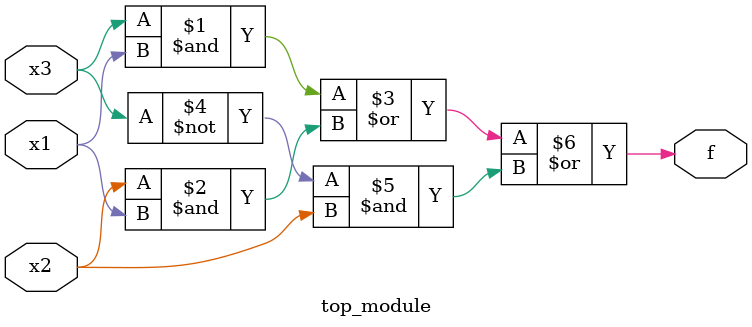
<source format=sv>
module top_module( 
    input logic x3,
    input logic x2,
    input logic x1,  // three inputs
    output logic f   // one output
);

    assign f = x3 & x1 | x2 & x1 | ~x3 & x2;
endmodule

</source>
